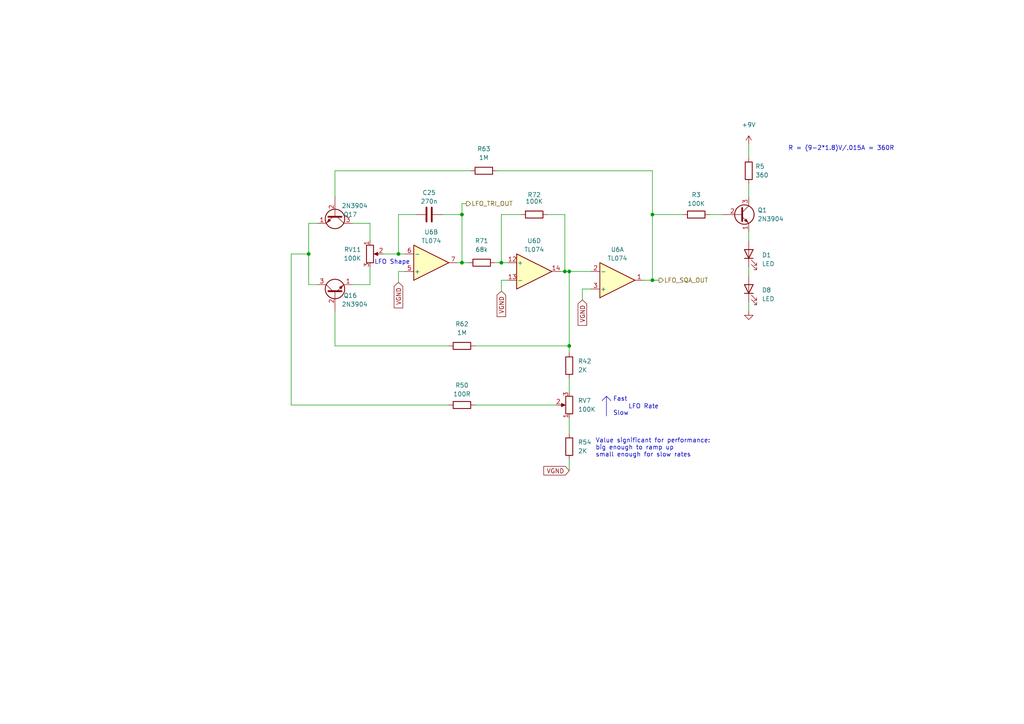
<source format=kicad_sch>
(kicad_sch (version 20230121) (generator eeschema)
  (paper "A4")
  (title_block (title "LivSynth - LFO") (date "2022-07-18") (rev "${Version}") (company "SloBlo Labs"))
  (lib_symbols
    (symbol "Amplifier_Operational:TL074" (pin_names (offset 0.127))
      (property "Reference" "U" (at 0 5.08 0))
      (property "Value" "TL074" (at 0 -5.08 0))
      (symbol "TL074_1_1"
        (polyline (pts (xy -5.08 5.08) (xy 5.08 0) (xy -5.08 -5.08) (xy -5.08 5.08)) (stroke (width 0.254)) (fill (type background)))
        (pin output line (at 7.62 0 180) (length 2.54) (name "~") (number "1"))
        (pin input line (at -7.62 -2.54 0) (length 2.54) (name "-") (number "2"))
        (pin input line (at -7.62 2.54 0) (length 2.54) (name "+") (number "3"))
      )
      (symbol "TL074_2_1"
        (polyline (pts (xy -5.08 5.08) (xy 5.08 0) (xy -5.08 -5.08) (xy -5.08 5.08)) (stroke (width 0.254)) (fill (type background)))
        (pin input line (at -7.62 2.54 0) (length 2.54) (name "+") (number "5"))
        (pin input line (at -7.62 -2.54 0) (length 2.54) (name "-") (number "6"))
        (pin output line (at 7.62 0 180) (length 2.54) (name "~") (number "7"))
      )
      (symbol "TL074_3_1"
        (polyline (pts (xy -5.08 5.08) (xy 5.08 0) (xy -5.08 -5.08) (xy -5.08 5.08)) (stroke (width 0.254)) (fill (type background)))
        (pin input line (at -7.62 2.54 0) (length 2.54) (name "+") (number "10"))
        (pin output line (at 7.62 0 180) (length 2.54) (name "~") (number "8"))
        (pin input line (at -7.62 -2.54 0) (length 2.54) (name "-") (number "9"))
      )
      (symbol "TL074_4_1"
        (polyline (pts (xy -5.08 5.08) (xy 5.08 0) (xy -5.08 -5.08) (xy -5.08 5.08)) (stroke (width 0.254)) (fill (type background)))
        (pin input line (at -7.62 2.54 0) (length 2.54) (name "+") (number "12"))
        (pin input line (at -7.62 -2.54 0) (length 2.54) (name "-") (number "13"))
        (pin output line (at 7.62 0 180) (length 2.54) (name "~") (number "14"))
      )
      (symbol "TL074_5_1"
        (pin power_in line (at -2.54 -7.62 90) (length 3.81) (name "V-") (number "11"))
        (pin power_in line (at -2.54 7.62 270) (length 3.81) (name "V+") (number "4"))
      )
    )
    (symbol "Device:C" (pin_numbers hide) (pin_names (offset 0.254))
      (property "Reference" "C" (at 0.635 2.54 0))
      (property "Value" "C" (at 0.635 -2.54 0))
      (symbol "C_0_1"
        (polyline (pts (xy -2.032 -0.762) (xy 2.032 -0.762)) (stroke (width 0.508)))
        (polyline (pts (xy -2.032 0.762) (xy 2.032 0.762)) (stroke (width 0.508)))
      )
      (symbol "C_1_1"
        (pin passive line (at 0 3.81 270) (length 2.794) (name "~") (number "1"))
        (pin passive line (at 0 -3.81 90) (length 2.794) (name "~") (number "2"))
      )
    )
    (symbol "Device:LED" (pin_numbers hide) (pin_names (offset 1.016) hide)
      (property "Reference" "D" (at 0 2.54 0))
      (property "Value" "LED" (at 0 -2.54 0))
      (symbol "LED_0_1"
        (polyline (pts (xy -1.27 -1.27) (xy -1.27 1.27)) (stroke (width 0.254)))
        (polyline (pts (xy -1.27 0) (xy 1.27 0)))
        (polyline (pts (xy 1.27 -1.27) (xy 1.27 1.27) (xy -1.27 0) (xy 1.27 -1.27)) (stroke (width 0.254)))
        (polyline (pts (xy -3.048 -0.762) (xy -4.572 -2.286) (xy -3.81 -2.286) (xy -4.572 -2.286) (xy -4.572 -1.524)))
        (polyline (pts (xy -1.778 -0.762) (xy -3.302 -2.286) (xy -2.54 -2.286) (xy -3.302 -2.286) (xy -3.302 -1.524)))
      )
      (symbol "LED_1_1"
        (pin passive line (at -3.81 0 0) (length 2.54) (name "K") (number "1"))
        (pin passive line (at 3.81 0 180) (length 2.54) (name "A") (number "2"))
      )
    )
    (symbol "Device:R" (pin_numbers hide) (pin_names (offset 0))
      (property "Reference" "R" (at 2.032 0 90))
      (property "Value" "R" (at 0 0 90))
      (symbol "R_0_1"
        (rectangle (start -1.016 -2.54) (end 1.016 2.54) (stroke (width 0.254)))
      )
      (symbol "R_1_1"
        (pin passive line (at 0 3.81 270) (length 1.27) (name "~") (number "1"))
        (pin passive line (at 0 -3.81 90) (length 1.27) (name "~") (number "2"))
      )
    )
    (symbol "Device:R_Potentiometer" (pin_names (offset 1.016) hide)
      (property "Reference" "RV" (at -4.445 0 90))
      (property "Value" "R_Potentiometer" (at -2.54 0 90))
      (symbol "R_Potentiometer_0_1"
        (polyline (pts (xy 2.54 0) (xy 1.524 0)))
        (polyline (pts (xy 1.143 0) (xy 2.286 0.508) (xy 2.286 -0.508) (xy 1.143 0)) (fill (type outline)))
        (rectangle (start 1.016 2.54) (end -1.016 -2.54) (stroke (width 0.254)))
      )
      (symbol "R_Potentiometer_1_1"
        (pin passive line (at 0 3.81 270) (length 1.27) (name "1") (number "1"))
        (pin passive line (at 3.81 0 180) (length 1.27) (name "2") (number "2"))
        (pin passive line (at 0 -3.81 90) (length 1.27) (name "3") (number "3"))
      )
    )
    (symbol "Transistor_BJT:2N3904" (pin_names (offset 0) hide)
      (property "Reference" "Q" (at 5.08 1.905 0))
      (property "Value" "2N3904" (at 5.08 0 0))
      (symbol "2N3904_0_1"
        (polyline (pts (xy 0.635 0.635) (xy 2.54 2.54)))
        (polyline (pts (xy 0.635 -0.635) (xy 2.54 -2.54) (xy 2.54 -2.54)))
        (polyline (pts (xy 0.635 1.905) (xy 0.635 -1.905) (xy 0.635 -1.905)) (stroke (width 0.508)))
        (polyline (pts (xy 1.27 -1.778) (xy 1.778 -1.27) (xy 2.286 -2.286) (xy 1.27 -1.778) (xy 1.27 -1.778)) (fill (type outline)))
        (circle (center 1.27 0) (radius 2.8194) (stroke (width 0.254)))
      )
      (symbol "2N3904_1_1"
        (pin passive line (at 2.54 -5.08 90) (length 2.54) (name "E") (number "1"))
        (pin passive line (at -5.08 0 0) (length 5.715) (name "B") (number "2"))
        (pin passive line (at 2.54 5.08 270) (length 2.54) (name "C") (number "3"))
      )
    )
    (symbol "power:+9V" (power) (pin_names (offset 0))
      (property "Value" "+9V" (at 0 3.556 0))
      (symbol "+9V_0_1"
        (polyline (pts (xy -0.762 1.27) (xy 0 2.54)))
        (polyline (pts (xy 0 0) (xy 0 2.54)))
        (polyline (pts (xy 0 2.54) (xy 0.762 1.27)))
      )
      (symbol "+9V_1_1"
        (pin power_in line (at 0 0 90) (length 0) hide (name "+9V") (number "1"))
      )
    )
    (symbol "power:GND" (power) (pin_names (offset 0))
      (property "Value" "GND" (at 0 -3.81 0))
      (symbol "GND_0_1"
        (polyline (pts (xy 0 0) (xy 0 -1.27) (xy 1.27 -1.27) (xy 0 -2.54) (xy -1.27 -1.27) (xy 0 -1.27)))
      )
      (symbol "GND_1_1"
        (pin power_in line (at 0 0 270) (length 0) hide (name "GND") (number "1"))
      )
    )
  )
  (junction (at 189.23 81.28))
  (junction (at 145.415 76.2))
  (junction (at 133.985 76.2))
  (junction (at 163.83 78.74))
  (junction (at 133.985 62.23))
  (junction (at 89.535 73.66))
  (junction (at 165.1 100.33))
  (junction (at 165.1 78.74))
  (junction (at 189.23 62.23))
  (junction (at 115.57 73.66))
  (wire (pts (xy 189.23 49.53) (xy 189.23 62.23)))
  (wire (pts (xy 217.17 41.91) (xy 217.17 45.72)))
  (wire (pts (xy 137.795 117.475) (xy 161.29 117.475)))
  (wire (pts (xy 217.17 53.34) (xy 217.17 57.15)))
  (polyline (pts (xy 175.895 114.935) (xy 177.165 116.205)))
  (wire (pts (xy 133.985 76.2) (xy 135.89 76.2)))
  (wire (pts (xy 162.56 78.74) (xy 163.83 78.74)))
  (wire (pts (xy 133.985 62.23) (xy 133.985 76.2)))
  (wire (pts (xy 144.145 49.53) (xy 189.23 49.53)))
  (wire (pts (xy 115.57 62.23) (xy 115.57 73.66)))
  (wire (pts (xy 97.155 49.53) (xy 136.525 49.53)))
  (wire (pts (xy 133.985 59.055) (xy 135.255 59.055)))
  (wire (pts (xy 128.27 62.23) (xy 133.985 62.23)))
  (wire (pts (xy 165.1 133.35) (xy 165.1 136.525)))
  (wire (pts (xy 102.235 82.55) (xy 107.315 82.55)))
  (wire (pts (xy 189.23 62.23) (xy 189.23 81.28)))
  (wire (pts (xy 107.315 82.55) (xy 107.315 77.47)))
  (wire (pts (xy 165.1 78.74) (xy 171.45 78.74)))
  (wire (pts (xy 89.535 82.55) (xy 89.535 73.66)))
  (wire (pts (xy 165.1 121.285) (xy 165.1 125.73)))
  (wire (pts (xy 189.23 81.28) (xy 191.135 81.28)))
  (wire (pts (xy 145.415 84.455) (xy 145.415 81.28)))
  (wire (pts (xy 145.415 62.23) (xy 145.415 76.2)))
  (wire (pts (xy 137.795 100.33) (xy 165.1 100.33)))
  (wire (pts (xy 120.65 62.23) (xy 115.57 62.23)))
  (wire (pts (xy 163.83 62.23) (xy 163.83 78.74)))
  (wire (pts (xy 132.715 76.2) (xy 133.985 76.2)))
  (wire (pts (xy 97.155 57.15) (xy 97.155 49.53)))
  (wire (pts (xy 130.175 100.33) (xy 97.155 100.33)))
  (wire (pts (xy 89.535 64.77) (xy 92.075 64.77)))
  (wire (pts (xy 189.23 81.28) (xy 186.69 81.28)))
  (polyline (pts (xy 175.895 120.65) (xy 175.895 114.935)))
  (wire (pts (xy 84.455 73.66) (xy 89.535 73.66)))
  (wire (pts (xy 205.74 62.23) (xy 209.55 62.23)))
  (wire (pts (xy 107.315 64.77) (xy 107.315 69.85)))
  (wire (pts (xy 84.455 117.475) (xy 84.455 73.66)))
  (wire (pts (xy 111.125 73.66) (xy 115.57 73.66)))
  (wire (pts (xy 102.235 64.77) (xy 107.315 64.77)))
  (polyline (pts (xy 174.625 116.205) (xy 175.895 114.935)))
  (wire (pts (xy 165.1 100.33) (xy 165.1 102.235)))
  (wire (pts (xy 217.17 67.31) (xy 217.17 69.85)))
  (wire (pts (xy 130.175 117.475) (xy 84.455 117.475)))
  (wire (pts (xy 165.1 78.74) (xy 165.1 100.33)))
  (wire (pts (xy 89.535 73.66) (xy 89.535 64.77)))
  (wire (pts (xy 145.415 81.28) (xy 147.32 81.28)))
  (wire (pts (xy 151.13 62.23) (xy 145.415 62.23)))
  (wire (pts (xy 115.57 73.66) (xy 117.475 73.66)))
  (wire (pts (xy 165.1 109.855) (xy 165.1 113.665)))
  (wire (pts (xy 158.75 62.23) (xy 163.83 62.23)))
  (wire (pts (xy 143.51 76.2) (xy 145.415 76.2)))
  (wire (pts (xy 168.91 83.82) (xy 171.45 83.82)))
  (wire (pts (xy 117.475 78.74) (xy 115.57 78.74)))
  (wire (pts (xy 97.155 100.33) (xy 97.155 90.17)))
  (wire (pts (xy 92.075 82.55) (xy 89.535 82.55)))
  (wire (pts (xy 163.83 78.74) (xy 165.1 78.74)))
  (wire (pts (xy 217.17 77.47) (xy 217.17 80.01)))
  (wire (pts (xy 189.23 62.23) (xy 198.12 62.23)))
  (wire (pts (xy 115.57 78.74) (xy 115.57 81.915)))
  (wire (pts (xy 168.91 86.995) (xy 168.91 83.82)))
  (wire (pts (xy 133.985 59.055) (xy 133.985 62.23)))
  (wire (pts (xy 145.415 76.2) (xy 147.32 76.2)))
  (wire (pts (xy 217.17 87.63) (xy 217.17 90.17)))
  (text "LFO Shape" (at 108.585 76.835 0) (effects (font (size 1.27 1.27)) (justify left bottom)))
  (text "LFO Rate" (at 182.245 118.745 0) (effects (font (size 1.27 1.27)) (justify left bottom)))
  (text "Fast\n\nSlow" (at 177.8 120.65 0) (effects (font (size 1.27 1.27)) (justify left bottom)))
  (text "R = (9-2*1.8)V/.015A = 360R" (at 228.6 43.815 0) (effects (font (size 1.27 1.27)) (justify left bottom)))
  (text "Value significant for performance:\nbig enough to ramp up\nsmall enough for slow rates" (at 172.72 132.715 0) (effects (font (size 1.27 1.27)) (justify left bottom)))
  (global_label "VGND" (shape input) (at 165.1 136.525 180) (property "Intersheetrefs" "${INTERSHEET_REFS}" (effects hide)))
  (global_label "VGND" (shape input) (at 145.415 84.455 270) (property "Intersheetrefs" "${INTERSHEET_REFS}" (effects hide)))
  (global_label "VGND" (shape input) (at 168.91 86.995 270) (property "Intersheetrefs" "${INTERSHEET_REFS}" (effects hide)))
  (global_label "VGND" (shape input) (at 115.57 81.915 270) (property "Intersheetrefs" "${INTERSHEET_REFS}" (effects hide)))
  (hierarchical_label "LFO_TRI_OUT" (shape output) (at 135.255 59.055 0))
  (hierarchical_label "LFO_SQA_OUT" (shape output) (at 191.135 81.28 0))
  (symbol (lib_id "Amplifier_Operational:TL074") (at 154.94 78.74 0) (unit 4)
    (property "Reference" "U6" (at 154.94 69.85 0))
    (property "Value" "TL074" (at 154.94 72.39 0))
    (property "Footprint" "Package_SO:SOIC-14_3.9x8.7mm_P1.27mm" (effects hide))
    (property "Datasheet" "http://www.ti.com/lit/ds/symlink/tl071.pdf" (effects hide))
    (property "LCSC" "C2057504" (effects hide))
  )
  (symbol (lib_id "power:GND") (at 217.17 90.17 0) (unit 1)
    (property "Reference" "#PWR045" (effects hide))
    (property "Value" "GND" (effects hide))
  )
  (symbol (lib_id "Device:R") (at 139.7 76.2 90) (unit 1)
    (property "Reference" "R71" (at 139.7 69.85 90))
    (property "Value" "68k" (at 139.7 72.39 90))
    (property "Footprint" "Resistor_THT:R_Axial_DIN0207_L6.3mm_D2.5mm_P7.62mm_Horizontal" (effects hide))
  )
  (symbol (lib_id "Device:R") (at 165.1 129.54 0) (unit 1)
    (property "Reference" "R54" (at 167.64 128.2699 0) (effects (justify left)))
    (property "Value" "2K" (at 167.64 130.8099 0) (effects (justify left)))
    (property "Footprint" "Resistor_THT:R_Axial_DIN0207_L6.3mm_D2.5mm_P7.62mm_Horizontal" (effects hide))
  )
  (symbol (lib_id "Device:C") (at 124.46 62.23 90) (unit 1)
    (property "Reference" "C25" (at 124.46 55.88 90))
    (property "Value" "270n" (at 124.46 58.42 90))
    (property "Footprint" "Capacitor_THT:C_Rect_L7.2mm_W5.5mm_P5.00mm_FKS2_FKP2_MKS2_MKP2" (effects hide))
  )
  (symbol (lib_id "Device:R") (at 217.17 49.53 0) (unit 1)
    (property "Reference" "R5" (at 219.075 48.2599 0) (effects (justify left)))
    (property "Value" "360" (at 219.075 50.7999 0) (effects (justify left)))
    (property "Footprint" "Resistor_THT:R_Axial_DIN0207_L6.3mm_D2.5mm_P7.62mm_Horizontal" (effects hide))
  )
  (symbol (lib_id "Device:R") (at 201.93 62.23 270) (unit 1)
    (property "Reference" "R3" (at 201.93 56.515 90))
    (property "Value" "100K" (at 201.93 59.055 90))
    (property "Footprint" "Resistor_THT:R_Axial_DIN0207_L6.3mm_D2.5mm_P7.62mm_Horizontal" (effects hide))
  )
  (symbol (lib_id "Device:R_Potentiometer") (at 107.315 73.66 0) (unit 1)
    (property "Reference" "RV11" (at 104.775 72.3899 0) (effects (justify right)))
    (property "Value" "100K" (at 104.775 74.9299 0) (effects (justify right)))
    (property "Footprint" "SloBlo:RV141F-40-20BL" (effects hide))
  )
  (symbol (lib_id "Transistor_BJT:2N3904") (at 97.155 85.09 90) (unit 1)
    (property "Reference" "Q16" (at 101.6 85.725 90))
    (property "Value" "2N3904" (at 102.87 88.265 90))
    (property "Footprint" "Package_TO_SOT_THT:TO-92_Inline" (effects hide))
    (property "Datasheet" "https://www.onsemi.com/pub/Collateral/2N3903-D.PDF" (effects hide))
  )
  (symbol (lib_id "Device:R") (at 133.985 117.475 270) (unit 1)
    (property "Reference" "R50" (at 133.985 111.76 90))
    (property "Value" "100R" (at 133.985 114.3 90))
    (property "Footprint" "Resistor_THT:R_Axial_DIN0207_L6.3mm_D2.5mm_P7.62mm_Horizontal" (effects hide))
  )
  (symbol (lib_id "Device:R_Potentiometer") (at 165.1 117.475 180) (unit 1)
    (property "Reference" "RV7" (at 167.64 116.2049 0) (effects (justify right)))
    (property "Value" "100K" (at 167.64 118.7449 0) (effects (justify right)))
    (property "Footprint" "SloBlo:RV141F-40-20BL" (effects hide))
  )
  (symbol (lib_id "Device:R") (at 140.335 49.53 90) (unit 1)
    (property "Reference" "R63" (at 140.335 43.18 90))
    (property "Value" "1M" (at 140.335 45.72 90))
    (property "Footprint" "Resistor_THT:R_Axial_DIN0207_L6.3mm_D2.5mm_P7.62mm_Horizontal" (effects hide))
  )
  (symbol (lib_id "Amplifier_Operational:TL074") (at 125.095 76.2 0) (mirror x) (unit 2)
    (property "Reference" "U6" (at 125.095 67.31 0))
    (property "Value" "TL074" (at 125.095 69.85 0))
    (property "Footprint" "Package_SO:SOIC-14_3.9x8.7mm_P1.27mm" (effects hide))
    (property "Datasheet" "http://www.ti.com/lit/ds/symlink/tl071.pdf" (effects hide))
    (property "LCSC" "C2057504" (effects hide))
  )
  (symbol (lib_id "Transistor_BJT:2N3904") (at 214.63 62.23 0) (unit 1)
    (property "Reference" "Q1" (at 219.71 60.9599 0) (effects (justify left)))
    (property "Value" "2N3904" (at 219.71 63.4999 0) (effects (justify left)))
    (property "Footprint" "Package_TO_SOT_THT:TO-92_Inline" (effects hide))
    (property "Datasheet" "https://www.onsemi.com/pub/Collateral/2N3903-D.PDF" (effects hide))
  )
  (symbol (lib_id "Transistor_BJT:2N3904") (at 97.155 62.23 270) (unit 1)
    (property "Reference" "Q17" (at 101.6 62.23 90))
    (property "Value" "2N3904" (at 102.87 59.69 90))
    (property "Footprint" "Package_TO_SOT_THT:TO-92_Inline" (effects hide))
    (property "Datasheet" "https://www.onsemi.com/pub/Collateral/2N3903-D.PDF" (effects hide))
  )
  (symbol (lib_id "Amplifier_Operational:TL074") (at 179.07 81.28 0) (mirror x) (unit 1)
    (property "Reference" "U6" (at 179.07 72.39 0))
    (property "Value" "TL074" (at 179.07 74.93 0))
    (property "Footprint" "Package_SO:SOIC-14_3.9x8.7mm_P1.27mm" (effects hide))
    (property "Datasheet" "http://www.ti.com/lit/ds/symlink/tl071.pdf" (effects hide))
    (property "LCSC" "C2057504" (effects hide))
  )
  (symbol (lib_id "power:+9V") (at 217.17 41.91 0) (unit 1)
    (property "Reference" "#PWR044" (effects hide))
    (property "Value" "+9V" (at 217.17 36.195 0))
  )
  (symbol (lib_id "Device:LED") (at 217.17 83.82 90) (unit 1)
    (property "Reference" "D8" (at 220.98 84.1374 90) (effects (justify right)))
    (property "Value" "LED" (at 220.98 86.6774 90) (effects (justify right)))
    (property "Footprint" "LED_THT:LED_D5.0mm" (effects hide))
  )
  (symbol (lib_id "Device:R") (at 133.985 100.33 90) (unit 1)
    (property "Reference" "R62" (at 133.985 93.98 90))
    (property "Value" "1M" (at 133.985 96.52 90))
    (property "Footprint" "Resistor_THT:R_Axial_DIN0207_L6.3mm_D2.5mm_P7.62mm_Horizontal" (effects hide))
  )
  (symbol (lib_id "Device:R") (at 154.94 62.23 90) (unit 1)
    (property "Reference" "R72" (at 154.94 56.515 90))
    (property "Value" "100K" (at 154.94 58.42 90))
    (property "Footprint" "Resistor_THT:R_Axial_DIN0207_L6.3mm_D2.5mm_P7.62mm_Horizontal" (effects hide))
  )
  (symbol (lib_id "Device:LED") (at 217.17 73.66 90) (unit 1)
    (property "Reference" "D1" (at 220.98 73.9774 90) (effects (justify right)))
    (property "Value" "LED" (at 220.98 76.5174 90) (effects (justify right)))
    (property "Footprint" "LED_THT:LED_D5.0mm" (effects hide))
  )
  (symbol (lib_id "Device:R") (at 165.1 106.045 0) (unit 1)
    (property "Reference" "R42" (at 167.64 104.7749 0) (effects (justify left)))
    (property "Value" "2K" (at 167.64 107.3149 0) (effects (justify left)))
    (property "Footprint" "Resistor_THT:R_Axial_DIN0207_L6.3mm_D2.5mm_P7.62mm_Horizontal" (effects hide))
  )
)
</source>
